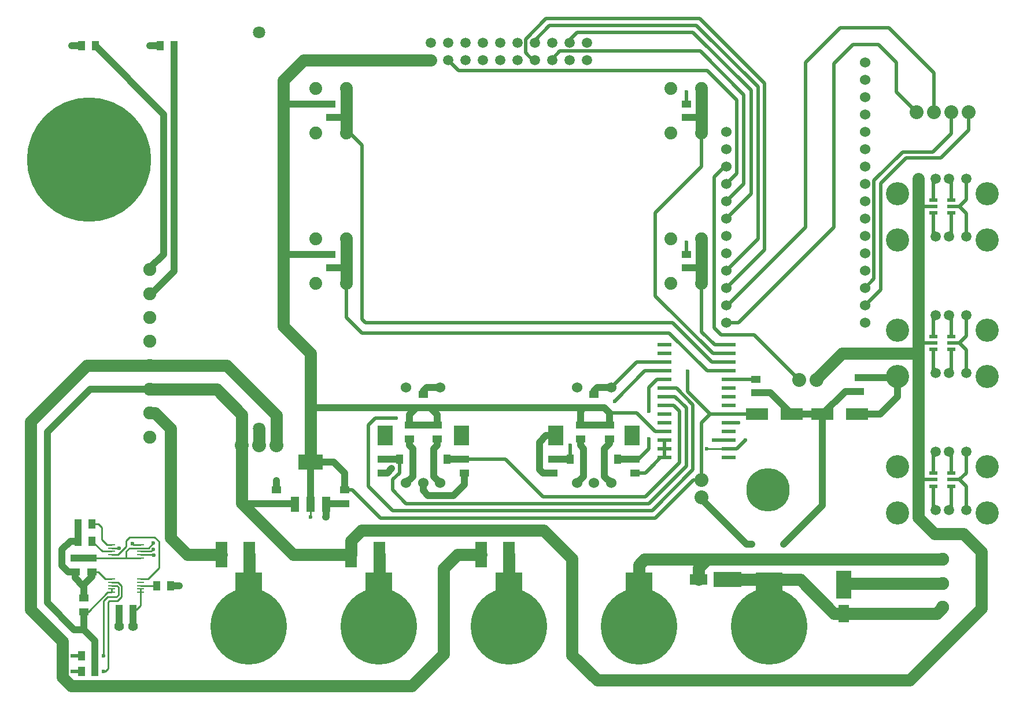
<source format=gbl>
G04 #@! TF.FileFunction,Copper,L2,Bot,Signal*
%FSLAX46Y46*%
G04 Gerber Fmt 4.6, Leading zero omitted, Abs format (unit mm)*
G04 Created by KiCad (PCBNEW (2015-06-26 BZR 5832)-product) date Samstag, 23. Juli 2016 'u05' 19:05:18*
%MOMM*%
G01*
G04 APERTURE LIST*
%ADD10C,0.150000*%
%ADD11R,1.998980X0.599440*%
%ADD12R,1.399540X1.099820*%
%ADD13C,3.400000*%
%ADD14C,1.500000*%
%ADD15R,2.300000X2.900000*%
%ADD16C,1.524000*%
%ADD17R,1.800860X3.700780*%
%ADD18C,2.032000*%
%ADD19O,2.032000X2.032000*%
%ADD20C,1.900000*%
%ADD21C,1.422400*%
%ADD22C,1.800000*%
%ADD23R,1.099820X1.399540*%
%ADD24C,1.879600*%
%ADD25R,1.198880X0.548640*%
%ADD26R,1.219200X2.235200*%
%ADD27R,3.599180X2.199640*%
%ADD28R,0.998220X0.248920*%
%ADD29C,6.350000*%
%ADD30C,18.200000*%
%ADD31C,11.200000*%
%ADD32R,4.000000X4.000000*%
%ADD33R,2.500000X1.520000*%
%ADD34R,4.100000X2.200000*%
%ADD35R,1.520000X2.500000*%
%ADD36R,2.200000X4.100000*%
%ADD37R,3.299460X1.699260*%
%ADD38C,0.600000*%
%ADD39C,0.250000*%
%ADD40C,1.000000*%
%ADD41C,1.800000*%
%ADD42C,0.500000*%
G04 APERTURE END LIST*
D10*
D11*
X177199000Y-93745000D03*
X177199000Y-95015000D03*
X177199000Y-96285000D03*
X177199000Y-97555000D03*
X177199000Y-98825000D03*
X177199000Y-100095000D03*
X177199000Y-101365000D03*
X177199000Y-102635000D03*
X177199000Y-103905000D03*
X177199000Y-105175000D03*
X177199000Y-106445000D03*
X177199000Y-107715000D03*
X177199000Y-108985000D03*
X177199000Y-110255000D03*
X167801000Y-110255000D03*
X167801000Y-108985000D03*
X167801000Y-107715000D03*
X167801000Y-106445000D03*
X167801000Y-105175000D03*
X167801000Y-103905000D03*
X167801000Y-102635000D03*
X167801000Y-101365000D03*
X167801000Y-100095000D03*
X167801000Y-98825000D03*
X167801000Y-97555000D03*
X167801000Y-96285000D03*
X167801000Y-95015000D03*
X167801000Y-93745000D03*
D12*
X138500000Y-110501780D03*
X138500000Y-112498220D03*
X126500000Y-110501780D03*
X126500000Y-112498220D03*
D13*
X201930000Y-71600000D03*
X201930000Y-78400000D03*
X215070000Y-71600000D03*
X215070000Y-78400000D03*
D14*
X205000000Y-69420000D03*
X207500000Y-69420000D03*
X209500000Y-69420000D03*
X212000000Y-69420000D03*
X205000000Y-77920000D03*
X207500000Y-77920000D03*
X209500000Y-77920000D03*
X212000000Y-77920000D03*
D13*
X201930000Y-91600000D03*
X201930000Y-98400000D03*
X215070000Y-91600000D03*
X215070000Y-98400000D03*
D14*
X205000000Y-89420000D03*
X207500000Y-89420000D03*
X209500000Y-89420000D03*
X212000000Y-89420000D03*
X205000000Y-97920000D03*
X207500000Y-97920000D03*
X209500000Y-97920000D03*
X212000000Y-97920000D03*
D13*
X201930000Y-111600000D03*
X201930000Y-118400000D03*
X215070000Y-111600000D03*
X215070000Y-118400000D03*
D14*
X205000000Y-109420000D03*
X207500000Y-109420000D03*
X209500000Y-109420000D03*
X212000000Y-109420000D03*
X205000000Y-117920000D03*
X207500000Y-117920000D03*
X209500000Y-117920000D03*
X212000000Y-117920000D03*
D15*
X138100000Y-107000000D03*
D16*
X130000000Y-100000000D03*
X135000000Y-100000000D03*
X130000000Y-114000000D03*
X132500000Y-114000000D03*
X135000000Y-114000000D03*
D15*
X126900000Y-107000000D03*
X163100000Y-107000000D03*
D16*
X155000000Y-100000000D03*
X160000000Y-100000000D03*
X155000000Y-114000000D03*
X157500000Y-114000000D03*
X160000000Y-114000000D03*
D15*
X151900000Y-107000000D03*
D17*
X140950220Y-124500000D03*
X145049780Y-124500000D03*
X121950220Y-124500000D03*
X126049780Y-124500000D03*
X102950220Y-124500000D03*
X107049780Y-124500000D03*
D18*
X111040000Y-108500000D03*
X108500000Y-108500000D03*
X105960000Y-108500000D03*
X190070000Y-98900000D03*
D19*
X187530000Y-98900000D03*
D20*
X208581500Y-125180500D03*
X208581500Y-132180500D03*
X208581500Y-128680500D03*
X92500000Y-82750000D03*
X92500000Y-86250000D03*
X92500000Y-89750000D03*
X92500000Y-107250000D03*
X92500000Y-103750000D03*
X92500000Y-100250000D03*
X92500000Y-96750000D03*
X92500000Y-93250000D03*
D18*
X204724000Y-59690000D03*
D19*
X207264000Y-59690000D03*
D18*
X212344000Y-59690000D03*
D19*
X209804000Y-59690000D03*
D18*
X173228000Y-113538000D03*
D19*
X173228000Y-116078000D03*
D21*
X89998220Y-135000000D03*
X88001780Y-135000000D03*
D22*
X108500000Y-106000000D03*
X108500000Y-48000000D03*
D12*
X132500000Y-101001780D03*
X132500000Y-102998220D03*
D23*
X135998220Y-110500000D03*
X134001780Y-110500000D03*
X130998220Y-110500000D03*
X129001780Y-110500000D03*
D12*
X134500000Y-107498220D03*
X134500000Y-105501780D03*
X130500000Y-107498220D03*
X130500000Y-105501780D03*
D24*
X168739400Y-84751200D03*
X168739400Y-78248800D03*
X173260600Y-84751200D03*
X173260600Y-78248800D03*
X168739400Y-62751200D03*
X168739400Y-56248800D03*
X173260600Y-62751200D03*
X173260600Y-56248800D03*
X116739400Y-62751200D03*
X116739400Y-56248800D03*
X121260600Y-62751200D03*
X121260600Y-56248800D03*
X116739400Y-84751200D03*
X116739400Y-78248800D03*
X121260600Y-84751200D03*
X121260600Y-78248800D03*
D25*
X209797940Y-72550040D03*
X209797940Y-73500000D03*
X209797940Y-74449960D03*
X207202060Y-74449960D03*
X207202060Y-73500000D03*
X207202060Y-72550040D03*
X209797940Y-92550040D03*
X209797940Y-93500000D03*
X209797940Y-94449960D03*
X207202060Y-94449960D03*
X207202060Y-93500000D03*
X207202060Y-92550040D03*
X209797940Y-112550040D03*
X209797940Y-113500000D03*
X209797940Y-114449960D03*
X207202060Y-114449960D03*
X207202060Y-113500000D03*
X207202060Y-112550040D03*
D26*
X118311400Y-117098800D03*
X116000000Y-117098800D03*
X113688600Y-117098800D03*
D27*
X116000000Y-110901200D03*
D16*
X197160000Y-70230000D03*
X197160000Y-67690000D03*
X197160000Y-65150000D03*
X197160000Y-62610000D03*
X197160000Y-60070000D03*
X197160000Y-57530000D03*
X197160000Y-54990000D03*
X197160000Y-52450000D03*
X197160000Y-72770000D03*
X197160000Y-75310000D03*
X197160000Y-77850000D03*
X197160000Y-80390000D03*
X197160000Y-82930000D03*
X197160000Y-85470000D03*
X197160000Y-88010000D03*
X197160000Y-90550000D03*
X176840000Y-90550000D03*
X176840000Y-88010000D03*
X176840000Y-85470000D03*
X176840000Y-82930000D03*
X176840000Y-80390000D03*
X176840000Y-77850000D03*
X176840000Y-75310000D03*
X176840000Y-72770000D03*
X176840000Y-70230000D03*
X176840000Y-67690000D03*
X176840000Y-65150000D03*
X176840000Y-62610000D03*
D28*
X86889260Y-129998220D03*
X86889260Y-129497840D03*
X86889260Y-129000000D03*
X86889260Y-128502160D03*
X86889260Y-128001780D03*
X91110740Y-128001780D03*
X91110740Y-128502160D03*
X91110740Y-129000000D03*
X91110740Y-129497840D03*
X91110740Y-129998220D03*
X86889260Y-124998220D03*
X86889260Y-124497840D03*
X86889260Y-124000000D03*
X86889260Y-123502160D03*
X86889260Y-123001780D03*
X91110740Y-123001780D03*
X91110740Y-123502160D03*
X91110740Y-124000000D03*
X91110740Y-124497840D03*
X91110740Y-124998220D03*
D14*
X133570000Y-49500000D03*
X143730000Y-52040000D03*
X141190000Y-52040000D03*
X138650000Y-52040000D03*
X136110000Y-52040000D03*
X133570000Y-52040000D03*
X146270000Y-52040000D03*
X148810000Y-52040000D03*
X151350000Y-52040000D03*
X153890000Y-52040000D03*
X156430000Y-52040000D03*
X136110000Y-49500000D03*
X138650000Y-49500000D03*
X141190000Y-49500000D03*
X143730000Y-49500000D03*
X146270000Y-49500000D03*
X148810000Y-49500000D03*
X151350000Y-49500000D03*
X153890000Y-49500000D03*
X156430000Y-49500000D03*
D12*
X111000000Y-116998220D03*
X111000000Y-115001780D03*
X121000000Y-115001780D03*
X121000000Y-116998220D03*
X82804000Y-132824220D03*
X82804000Y-130827780D03*
D23*
X82001780Y-120000000D03*
X83998220Y-120000000D03*
X89998220Y-132500000D03*
X88001780Y-132500000D03*
D12*
X84000000Y-125001780D03*
X84000000Y-126998220D03*
X81500000Y-125001780D03*
X81500000Y-126998220D03*
X163500000Y-110501780D03*
X163500000Y-112498220D03*
X151500000Y-110501780D03*
X151500000Y-112498220D03*
D23*
X84498220Y-50000000D03*
X82501780Y-50000000D03*
X95998220Y-50000000D03*
X94001780Y-50000000D03*
X84437220Y-141605000D03*
X82440780Y-141605000D03*
X84437220Y-139319000D03*
X82440780Y-139319000D03*
X82001780Y-122500000D03*
X83998220Y-122500000D03*
X93501780Y-129000000D03*
X95498220Y-129000000D03*
D12*
X157500000Y-101001780D03*
X157500000Y-102998220D03*
X171000000Y-80501780D03*
X171000000Y-82498220D03*
X171000000Y-58501780D03*
X171000000Y-60498220D03*
X119000000Y-58501780D03*
X119000000Y-60498220D03*
X119000000Y-80501780D03*
X119000000Y-82498220D03*
D23*
X160998220Y-110500000D03*
X159001780Y-110500000D03*
X155998220Y-110500000D03*
X154001780Y-110500000D03*
D12*
X196342000Y-100566220D03*
X196342000Y-98569780D03*
X159750000Y-107498220D03*
X159750000Y-105501780D03*
X155500000Y-107498220D03*
X155500000Y-105501780D03*
D29*
X183000000Y-115000000D03*
D30*
X83600000Y-66600000D03*
D31*
X145000000Y-135000000D03*
D32*
X145000000Y-129000000D03*
D31*
X183100000Y-135000000D03*
D32*
X183100000Y-129000000D03*
D31*
X125950000Y-135000000D03*
D32*
X125950000Y-129000000D03*
D31*
X106900000Y-135000000D03*
D32*
X106900000Y-129000000D03*
D31*
X164050000Y-135000000D03*
D32*
X164050000Y-129000000D03*
D33*
X172836000Y-128143000D03*
D34*
X177056000Y-128143000D03*
D35*
X194056000Y-133107000D03*
D36*
X194056000Y-128887000D03*
D37*
X186440000Y-103900000D03*
X181360000Y-103900000D03*
X196040000Y-103900000D03*
X190960000Y-103900000D03*
D12*
X181200000Y-98801780D03*
X181200000Y-100798220D03*
D38*
X82804000Y-129159000D03*
X89916000Y-122872500D03*
X87947500Y-123507500D03*
X127889000Y-111887000D03*
X96774000Y-129032000D03*
X110998000Y-113665000D03*
X118237000Y-118999000D03*
X178689000Y-105156000D03*
X166000000Y-111500000D03*
X116014500Y-118935500D03*
X92964000Y-122809000D03*
X171069000Y-56769000D03*
X171069000Y-78740000D03*
X171196000Y-97663000D03*
X165500000Y-103500000D03*
X165500000Y-107500000D03*
X154000000Y-108500000D03*
X160500000Y-102000000D03*
X81000000Y-50000000D03*
X92500000Y-50000000D03*
X180594000Y-122936000D03*
X81153000Y-141605000D03*
X85725000Y-141605000D03*
X81153000Y-139319000D03*
X85725000Y-139319000D03*
X128500000Y-104500000D03*
X92964000Y-123698000D03*
X173990000Y-108966000D03*
X179705000Y-107696000D03*
X93027500Y-124523500D03*
X175006000Y-107696000D03*
X185293000Y-122936000D03*
D39*
X86889260Y-129998220D02*
X86282780Y-129998220D01*
X86282780Y-129998220D02*
X83456780Y-132824220D01*
X83456780Y-132824220D02*
X82804000Y-132824220D01*
D40*
X77470000Y-130683000D02*
X77470000Y-131508500D01*
X77470000Y-130683000D02*
X77470000Y-106553000D01*
X77470000Y-106553000D02*
X83773000Y-100250000D01*
X92500000Y-100250000D02*
X83773000Y-100250000D01*
X81407000Y-135445500D02*
X82804000Y-135445500D01*
X77470000Y-131508500D02*
X81407000Y-135445500D01*
X84437220Y-139319000D02*
X84437220Y-137078720D01*
X84437220Y-137078720D02*
X82804000Y-135445500D01*
X82804000Y-135445500D02*
X82804000Y-132824220D01*
X84437220Y-141605000D02*
X84437220Y-139319000D01*
X84437220Y-139319000D02*
X84391500Y-139273280D01*
D39*
X86889260Y-129998220D02*
X86889260Y-129497840D01*
D41*
X205000000Y-117920000D02*
X205000000Y-119021000D01*
X121950220Y-122397780D02*
X121950220Y-124500000D01*
X123444000Y-120904000D02*
X121950220Y-122397780D01*
X150114000Y-120904000D02*
X123444000Y-120904000D01*
X154305000Y-125095000D02*
X150114000Y-120904000D01*
X154305000Y-139192000D02*
X154305000Y-125095000D01*
X157988000Y-142875000D02*
X154305000Y-139192000D01*
X203708000Y-142875000D02*
X157988000Y-142875000D01*
X214249000Y-132334000D02*
X203708000Y-142875000D01*
X214249000Y-124079000D02*
X214249000Y-132334000D01*
X211582000Y-121412000D02*
X214249000Y-124079000D01*
X207391000Y-121412000D02*
X211582000Y-121412000D01*
X205000000Y-119021000D02*
X207391000Y-121412000D01*
X190070000Y-98900000D02*
X190070000Y-98728000D01*
X190070000Y-98728000D02*
X193802000Y-94996000D01*
X193802000Y-94996000D02*
X205000000Y-94996000D01*
X205000000Y-97920000D02*
X205000000Y-109420000D01*
X205000000Y-117920000D02*
X205000000Y-113500000D01*
D42*
X207202060Y-113500000D02*
X205000000Y-113500000D01*
D41*
X205000000Y-113500000D02*
X205000000Y-109420000D01*
X105960000Y-108500000D02*
X105960000Y-103960000D01*
X105960000Y-103960000D02*
X102250000Y-100250000D01*
X102250000Y-100250000D02*
X92500000Y-100250000D01*
D42*
X207202060Y-73500000D02*
X205000000Y-73500000D01*
X207202060Y-93500000D02*
X205000000Y-93500000D01*
D41*
X205000000Y-77920000D02*
X205000000Y-73500000D01*
X205000000Y-73500000D02*
X205000000Y-69420000D01*
X205000000Y-89420000D02*
X205000000Y-77920000D01*
X205000000Y-97920000D02*
X205000000Y-94996000D01*
X205000000Y-94996000D02*
X205000000Y-93500000D01*
X205000000Y-93500000D02*
X205000000Y-89420000D01*
D40*
X111000000Y-116998220D02*
X113588020Y-116998220D01*
X113588020Y-116998220D02*
X113688600Y-117098800D01*
X111000000Y-116998220D02*
X105998220Y-116998220D01*
X105998220Y-116998220D02*
X105960000Y-116960000D01*
D41*
X105960000Y-108500000D02*
X105960000Y-116960000D01*
X113500000Y-124500000D02*
X121950220Y-124500000D01*
X105960000Y-116960000D02*
X113500000Y-124500000D01*
D40*
X82804000Y-130827780D02*
X82804000Y-129159000D01*
X82804000Y-129159000D02*
X82677000Y-129032000D01*
D39*
X91110740Y-123001780D02*
X90045280Y-123001780D01*
X90045280Y-123001780D02*
X89916000Y-122872500D01*
X87942160Y-123502160D02*
X87947500Y-123507500D01*
X87942160Y-123502160D02*
X86889260Y-123502160D01*
D40*
X82001780Y-122500000D02*
X80827000Y-122500000D01*
X80516220Y-126998220D02*
X81500000Y-126998220D01*
X79629000Y-126111000D02*
X80516220Y-126998220D01*
X79629000Y-123698000D02*
X79629000Y-126111000D01*
X80827000Y-122500000D02*
X79629000Y-123698000D01*
X82001780Y-120000000D02*
X82001780Y-122500000D01*
D39*
X86889260Y-128001780D02*
X85964780Y-128001780D01*
X84961220Y-126998220D02*
X84000000Y-126998220D01*
X85964780Y-128001780D02*
X84961220Y-126998220D01*
D40*
X84000000Y-126998220D02*
X84000000Y-127709000D01*
X81500000Y-127855000D02*
X82677000Y-129032000D01*
X81500000Y-126998220D02*
X81500000Y-127855000D01*
X84000000Y-127709000D02*
X82677000Y-129032000D01*
X126500000Y-112498220D02*
X127277780Y-112498220D01*
X127277780Y-112498220D02*
X127889000Y-111887000D01*
X88001780Y-135000000D02*
X88001780Y-132500000D01*
X95498220Y-129000000D02*
X96742000Y-129000000D01*
X96742000Y-129000000D02*
X96774000Y-129032000D01*
X111000000Y-115001780D02*
X111000000Y-113667000D01*
X111000000Y-113667000D02*
X110998000Y-113665000D01*
X118311400Y-117098800D02*
X118311400Y-118924600D01*
X118311400Y-118924600D02*
X118237000Y-118999000D01*
X121000000Y-116998220D02*
X118411980Y-116998220D01*
X118411980Y-116998220D02*
X118311400Y-117098800D01*
X138500000Y-112498220D02*
X138500000Y-114230000D01*
X132500000Y-115101000D02*
X132500000Y-114000000D01*
X133223000Y-115824000D02*
X132500000Y-115101000D01*
X136906000Y-115824000D02*
X133223000Y-115824000D01*
X138500000Y-114230000D02*
X136906000Y-115824000D01*
D41*
X172836000Y-128143000D02*
X172836000Y-126376000D01*
X172836000Y-126376000D02*
X174031500Y-125180500D01*
X208581500Y-125180500D02*
X174031500Y-125180500D01*
X174031500Y-125180500D02*
X164887500Y-125180500D01*
X164050000Y-126018000D02*
X164050000Y-129000000D01*
X164887500Y-125180500D02*
X164050000Y-126018000D01*
D40*
X196040000Y-103900000D02*
X199376000Y-103900000D01*
X201930000Y-101346000D02*
X201930000Y-98400000D01*
X199376000Y-103900000D02*
X201930000Y-101346000D01*
X196342000Y-98569780D02*
X201760220Y-98569780D01*
X201760220Y-98569780D02*
X201930000Y-98400000D01*
D42*
X177199000Y-105175000D02*
X178670000Y-105175000D01*
X178670000Y-105175000D02*
X178689000Y-105156000D01*
D41*
X164050000Y-135000000D02*
X164050000Y-129000000D01*
D40*
X196040000Y-103900000D02*
X196430000Y-103900000D01*
X201530000Y-98800000D02*
X201930000Y-98400000D01*
X151500000Y-112498220D02*
X149998220Y-112498220D01*
X150500000Y-107000000D02*
X151900000Y-107000000D01*
X149500000Y-108000000D02*
X150500000Y-107000000D01*
X149500000Y-112000000D02*
X149500000Y-108000000D01*
X149998220Y-112498220D02*
X149500000Y-112000000D01*
D42*
X163500000Y-112498220D02*
X165001780Y-112498220D01*
X166000000Y-111500000D02*
X167245000Y-110255000D01*
X165001780Y-112498220D02*
X166000000Y-111500000D01*
X167801000Y-110255000D02*
X167245000Y-110255000D01*
X167801000Y-108985000D02*
X167801000Y-110255000D01*
X167801000Y-107715000D02*
X167801000Y-108985000D01*
X211000000Y-113500000D02*
X212000000Y-114500000D01*
X212000000Y-114500000D02*
X212000000Y-117920000D01*
X209797940Y-113500000D02*
X211000000Y-113500000D01*
X212000000Y-112500000D02*
X212000000Y-109420000D01*
X211000000Y-113500000D02*
X212000000Y-112500000D01*
X211000000Y-73500000D02*
X212000000Y-74500000D01*
X212000000Y-74500000D02*
X212000000Y-77920000D01*
X209797940Y-73500000D02*
X211000000Y-73500000D01*
X212000000Y-72500000D02*
X212000000Y-69420000D01*
X211000000Y-73500000D02*
X212000000Y-72500000D01*
X211000000Y-93500000D02*
X212000000Y-94500000D01*
X212000000Y-94500000D02*
X212000000Y-97920000D01*
X209797940Y-93500000D02*
X211000000Y-93500000D01*
X212000000Y-92500000D02*
X212000000Y-89420000D01*
X211000000Y-93500000D02*
X212000000Y-92500000D01*
D39*
X91110740Y-123502160D02*
X92270840Y-123502160D01*
X116000000Y-118921000D02*
X116000000Y-117098800D01*
X116014500Y-118935500D02*
X116000000Y-118921000D01*
X92270840Y-123502160D02*
X92964000Y-122809000D01*
D42*
X171000000Y-56838000D02*
X171000000Y-58501780D01*
X171069000Y-56769000D02*
X171000000Y-56838000D01*
X174498000Y-103905000D02*
X174498000Y-103886000D01*
X171000000Y-78809000D02*
X171000000Y-80501780D01*
X171069000Y-78740000D02*
X171000000Y-78809000D01*
X171196000Y-100584000D02*
X171196000Y-97663000D01*
X174498000Y-103886000D02*
X171196000Y-100584000D01*
X173228000Y-113538000D02*
X172085000Y-113538000D01*
X122113780Y-115001780D02*
X121000000Y-115001780D01*
X126238000Y-119126000D02*
X122113780Y-115001780D01*
X166497000Y-119126000D02*
X126238000Y-119126000D01*
X172085000Y-113538000D02*
X166497000Y-119126000D01*
X177199000Y-103905000D02*
X174498000Y-103905000D01*
X174498000Y-103905000D02*
X174479000Y-103905000D01*
X173228000Y-105156000D02*
X173228000Y-113538000D01*
X174479000Y-103905000D02*
X173228000Y-105156000D01*
X177199000Y-103905000D02*
X181355000Y-103905000D01*
X181355000Y-103905000D02*
X181360000Y-103900000D01*
X181355000Y-103905000D02*
X181360000Y-103900000D01*
X167801000Y-106445000D02*
X166445000Y-106445000D01*
X163750000Y-103750000D02*
X159750000Y-103750000D01*
X166445000Y-106445000D02*
X163750000Y-103750000D01*
D40*
X132500000Y-102998220D02*
X116000000Y-102998220D01*
X116000000Y-102998220D02*
X116000000Y-103000000D01*
X157500000Y-102998220D02*
X132500000Y-102998220D01*
X157500000Y-102998220D02*
X158998220Y-102998220D01*
X159750000Y-103750000D02*
X159750000Y-105501780D01*
X158998220Y-102998220D02*
X159750000Y-103750000D01*
X157500000Y-102998220D02*
X156001780Y-102998220D01*
X155500000Y-103500000D02*
X155500000Y-105501780D01*
X156001780Y-102998220D02*
X155500000Y-103500000D01*
X132500000Y-102998220D02*
X133498220Y-102998220D01*
X133498220Y-102998220D02*
X134500000Y-104000000D01*
X134500000Y-104000000D02*
X134500000Y-105501780D01*
X132500000Y-102998220D02*
X131501780Y-102998220D01*
X131501780Y-102998220D02*
X130500000Y-104000000D01*
X130500000Y-104000000D02*
X130500000Y-105501780D01*
D39*
X91110740Y-123502160D02*
X89497840Y-123502160D01*
X89000000Y-124000000D02*
X89000000Y-124998220D01*
X89497840Y-123502160D02*
X89000000Y-124000000D01*
X86889260Y-124998220D02*
X84003560Y-124998220D01*
X84003560Y-124998220D02*
X84000000Y-125001780D01*
X86889260Y-124998220D02*
X89000000Y-124998220D01*
X89000000Y-124998220D02*
X91110740Y-124998220D01*
D40*
X81500000Y-125001780D02*
X84000000Y-125001780D01*
X119000000Y-58501780D02*
X112000000Y-58501780D01*
X112000000Y-58501780D02*
X112000000Y-58500000D01*
X119000000Y-80501780D02*
X112000000Y-80501780D01*
X112000000Y-80501780D02*
X112000000Y-80500000D01*
D41*
X116000000Y-110901200D02*
X116000000Y-103000000D01*
X116000000Y-103000000D02*
X116000000Y-95000000D01*
X116000000Y-95000000D02*
X112000000Y-91000000D01*
X112000000Y-91000000D02*
X112000000Y-80500000D01*
X114960000Y-52040000D02*
X133570000Y-52040000D01*
X112000000Y-55000000D02*
X114960000Y-52040000D01*
X112000000Y-80500000D02*
X112000000Y-58500000D01*
X112000000Y-58500000D02*
X112000000Y-55000000D01*
D40*
X121000000Y-115001780D02*
X121000000Y-112500000D01*
X121000000Y-112500000D02*
X119401200Y-110901200D01*
X119401200Y-110901200D02*
X116000000Y-110901200D01*
X116000000Y-117098800D02*
X116000000Y-110901200D01*
X155500000Y-105501780D02*
X159750000Y-105501780D01*
X130500000Y-105501780D02*
X134500000Y-105501780D01*
D39*
X86889260Y-123001780D02*
X86171780Y-123001780D01*
X84948000Y-120000000D02*
X83998220Y-120000000D01*
X85471000Y-120523000D02*
X84948000Y-120000000D01*
X85471000Y-122301000D02*
X85471000Y-120523000D01*
X86171780Y-123001780D02*
X85471000Y-122301000D01*
D40*
X89998220Y-135000000D02*
X89998220Y-132500000D01*
D39*
X91110740Y-129998220D02*
X91110740Y-131901260D01*
X91110740Y-131901260D02*
X90512000Y-132500000D01*
X90512000Y-132500000D02*
X89998220Y-132500000D01*
X91110740Y-129497840D02*
X91110740Y-129998220D01*
D42*
X138500000Y-110501780D02*
X144501780Y-110501780D01*
X169135000Y-102635000D02*
X167801000Y-102635000D01*
X170000000Y-103500000D02*
X169135000Y-102635000D01*
X170000000Y-111000000D02*
X170000000Y-103500000D01*
X165000000Y-116000000D02*
X170000000Y-111000000D01*
X150000000Y-116000000D02*
X165000000Y-116000000D01*
X144501780Y-110501780D02*
X150000000Y-116000000D01*
D40*
X135998220Y-110500000D02*
X138498220Y-110500000D01*
X138498220Y-110500000D02*
X138500000Y-110501780D01*
D42*
X129001780Y-110500000D02*
X129001780Y-112498220D01*
X169365000Y-101365000D02*
X167801000Y-101365000D01*
X171000000Y-103000000D02*
X169365000Y-101365000D01*
X171000000Y-111500000D02*
X171000000Y-103000000D01*
X165500000Y-117000000D02*
X171000000Y-111500000D01*
X130000000Y-117000000D02*
X165500000Y-117000000D01*
X128000000Y-115000000D02*
X130000000Y-117000000D01*
X128000000Y-113500000D02*
X128000000Y-115000000D01*
X129001780Y-112498220D02*
X128000000Y-113500000D01*
D40*
X126500000Y-110501780D02*
X129000000Y-110501780D01*
X129000000Y-110501780D02*
X129001780Y-110500000D01*
D42*
X163500000Y-110501780D02*
X163998220Y-110501780D01*
X163998220Y-110501780D02*
X165500000Y-109000000D01*
X166675000Y-98825000D02*
X167801000Y-98825000D01*
X165500000Y-100000000D02*
X166675000Y-98825000D01*
X165500000Y-101000000D02*
X165500000Y-100000000D01*
X165500000Y-103500000D02*
X165500000Y-101000000D01*
X165500000Y-109000000D02*
X165500000Y-107500000D01*
X163500000Y-110501780D02*
X163500000Y-110500000D01*
D40*
X160998220Y-110500000D02*
X163498220Y-110500000D01*
X163498220Y-110500000D02*
X163500000Y-110501780D01*
D42*
X167801000Y-97555000D02*
X164945000Y-97555000D01*
X154001780Y-108501780D02*
X154001780Y-110500000D01*
X154000000Y-108500000D02*
X154001780Y-108501780D01*
X164945000Y-97555000D02*
X160500000Y-102000000D01*
D40*
X151500000Y-110501780D02*
X154000000Y-110501780D01*
X154000000Y-110501780D02*
X154001780Y-110500000D01*
D42*
X207202060Y-72550040D02*
X207202060Y-69717940D01*
X207202060Y-69717940D02*
X207500000Y-69420000D01*
X209797940Y-72550040D02*
X209797940Y-69717940D01*
X209797940Y-69717940D02*
X209500000Y-69420000D01*
X207202060Y-74449960D02*
X207202060Y-77622060D01*
X207202060Y-77622060D02*
X207500000Y-77920000D01*
X209797940Y-74449960D02*
X209797940Y-77622060D01*
X209797940Y-77622060D02*
X209500000Y-77920000D01*
X207202060Y-92550040D02*
X207202060Y-89717940D01*
X207202060Y-89717940D02*
X207500000Y-89420000D01*
X209797940Y-92550040D02*
X209797940Y-89717940D01*
X209797940Y-89717940D02*
X209500000Y-89420000D01*
X207202060Y-94449960D02*
X207202060Y-97622060D01*
X207202060Y-97622060D02*
X207500000Y-97920000D01*
X209797940Y-94449960D02*
X209797940Y-97622060D01*
X209797940Y-97622060D02*
X209500000Y-97920000D01*
X207202060Y-112550040D02*
X207202060Y-109717940D01*
X207202060Y-109717940D02*
X207500000Y-109420000D01*
X209797940Y-112550040D02*
X209797940Y-109717940D01*
X209797940Y-109717940D02*
X209500000Y-109420000D01*
X207202060Y-114449960D02*
X207202060Y-117622060D01*
X207202060Y-117622060D02*
X207500000Y-117920000D01*
X209797940Y-114449960D02*
X209797940Y-117622060D01*
X209797940Y-117622060D02*
X209500000Y-117920000D01*
D40*
X82501780Y-50000000D02*
X81000000Y-50000000D01*
X94001780Y-50000000D02*
X92500000Y-50000000D01*
X179832000Y-122936000D02*
X173228000Y-116332000D01*
X180594000Y-122936000D02*
X179832000Y-122936000D01*
X173228000Y-116332000D02*
X173228000Y-116078000D01*
D42*
X81153000Y-141605000D02*
X82440780Y-141605000D01*
D39*
X85915500Y-141605000D02*
X85725000Y-141605000D01*
X87800058Y-128502160D02*
X88334002Y-129036104D01*
X88334002Y-129036104D02*
X88334002Y-130613998D01*
X88334002Y-130613998D02*
X87693500Y-131254500D01*
X87693500Y-131254500D02*
X86550500Y-131254500D01*
X86550500Y-131254500D02*
X86360000Y-131445000D01*
X86360000Y-131445000D02*
X86360000Y-141160500D01*
X86360000Y-141160500D02*
X85915500Y-141605000D01*
X86889260Y-128502160D02*
X87800058Y-128502160D01*
D42*
X81153000Y-139319000D02*
X82440780Y-139319000D01*
D39*
X86889260Y-129000000D02*
X87661500Y-129000000D01*
X85725000Y-131254500D02*
X85725000Y-139319000D01*
X86296500Y-130683000D02*
X85725000Y-131254500D01*
X87566500Y-130683000D02*
X86296500Y-130683000D01*
X87884000Y-130365500D02*
X87566500Y-130683000D01*
X87884000Y-129222500D02*
X87884000Y-130365500D01*
X87661500Y-129000000D02*
X87884000Y-129222500D01*
D42*
X169595000Y-100095000D02*
X167801000Y-100095000D01*
X172000000Y-102500000D02*
X169595000Y-100095000D01*
X172000000Y-112000000D02*
X172000000Y-102500000D01*
X166000000Y-118000000D02*
X172000000Y-112000000D01*
X128000000Y-118000000D02*
X166000000Y-118000000D01*
X124500000Y-114500000D02*
X128000000Y-118000000D01*
X124500000Y-105500000D02*
X124500000Y-114500000D01*
X125500000Y-104500000D02*
X124500000Y-105500000D01*
X128500000Y-104500000D02*
X125500000Y-104500000D01*
D40*
X132500000Y-101001780D02*
X132500000Y-100500000D01*
X132500000Y-100500000D02*
X133000000Y-100000000D01*
X133000000Y-100000000D02*
X135000000Y-100000000D01*
X130998220Y-110500000D02*
X130998220Y-113001780D01*
X130998220Y-113001780D02*
X130000000Y-114000000D01*
X130998220Y-110500000D02*
X130998220Y-108998220D01*
X130500000Y-108500000D02*
X130500000Y-107498220D01*
X130998220Y-108998220D02*
X130500000Y-108500000D01*
X134001780Y-110500000D02*
X134001780Y-113001780D01*
X134001780Y-113001780D02*
X135000000Y-114000000D01*
X134001780Y-110500000D02*
X134001780Y-109001780D01*
X134500000Y-108503560D02*
X134500000Y-107498220D01*
X134001780Y-109001780D02*
X134500000Y-108503560D01*
D42*
X167801000Y-96285000D02*
X163715000Y-96285000D01*
X163715000Y-96285000D02*
X160000000Y-100000000D01*
D40*
X157500000Y-101001780D02*
X157500000Y-100500000D01*
X157500000Y-100500000D02*
X158000000Y-100000000D01*
X158000000Y-100000000D02*
X160000000Y-100000000D01*
X155998220Y-110500000D02*
X155998220Y-113001780D01*
X155998220Y-113001780D02*
X155000000Y-114000000D01*
X155998220Y-110500000D02*
X155998220Y-109001780D01*
X155500000Y-108503560D02*
X155500000Y-107498220D01*
X155998220Y-109001780D02*
X155500000Y-108503560D01*
X159001780Y-110500000D02*
X159001780Y-113001780D01*
X159001780Y-113001780D02*
X160000000Y-114000000D01*
X159001780Y-110500000D02*
X159001780Y-108998220D01*
X159750000Y-108250000D02*
X159750000Y-107498220D01*
X159001780Y-108998220D02*
X159750000Y-108250000D01*
D41*
X75000000Y-132500000D02*
X75032500Y-132500000D01*
X83250000Y-96750000D02*
X75000000Y-105000000D01*
X75000000Y-105000000D02*
X75000000Y-132500000D01*
X131500000Y-143000000D02*
X135500000Y-139000000D01*
X92500000Y-96750000D02*
X83250000Y-96750000D01*
X135500000Y-126500000D02*
X137500000Y-124500000D01*
X137500000Y-124500000D02*
X140950220Y-124500000D01*
X135500000Y-139000000D02*
X135500000Y-126500000D01*
X130799500Y-143700500D02*
X131500000Y-143000000D01*
X80962500Y-143700500D02*
X130799500Y-143700500D01*
X79692500Y-142430500D02*
X80962500Y-143700500D01*
X79692500Y-137160000D02*
X79692500Y-142430500D01*
X75032500Y-132500000D02*
X79692500Y-137160000D01*
X92500000Y-96750000D02*
X103750000Y-96750000D01*
X111040000Y-104040000D02*
X111040000Y-108500000D01*
X103750000Y-96750000D02*
X111040000Y-104040000D01*
X111040000Y-108500000D02*
X111040000Y-108540000D01*
X145049780Y-124500000D02*
X145049780Y-128950220D01*
X145049780Y-128950220D02*
X145000000Y-129000000D01*
X145000000Y-129000000D02*
X145000000Y-135000000D01*
X144049780Y-128049780D02*
X145000000Y-129000000D01*
X126049780Y-124500000D02*
X126049780Y-128900220D01*
X126049780Y-128900220D02*
X125950000Y-129000000D01*
X125950000Y-129000000D02*
X125950000Y-135000000D01*
X124999780Y-128049780D02*
X125950000Y-129000000D01*
X92500000Y-103750000D02*
X93250000Y-103750000D01*
X93250000Y-103750000D02*
X95500000Y-106000000D01*
X95500000Y-106000000D02*
X95500000Y-122000000D01*
X95500000Y-122000000D02*
X98000000Y-124500000D01*
X98000000Y-124500000D02*
X102950220Y-124500000D01*
X107049780Y-124500000D02*
X107049780Y-128850220D01*
X107049780Y-128850220D02*
X106900000Y-129000000D01*
X106900000Y-129000000D02*
X106900000Y-135000000D01*
X105949780Y-128049780D02*
X106900000Y-129000000D01*
X108500000Y-106000000D02*
X108500000Y-108500000D01*
D42*
X176840000Y-67690000D02*
X176658000Y-67690000D01*
X176658000Y-67690000D02*
X175133000Y-69215000D01*
X175133000Y-69215000D02*
X175133000Y-91313000D01*
X175133000Y-91313000D02*
X176149000Y-92329000D01*
X176149000Y-92329000D02*
X180959000Y-92329000D01*
X180959000Y-92329000D02*
X187530000Y-98900000D01*
D41*
X194056000Y-133107000D02*
X207655000Y-133107000D01*
X207655000Y-133107000D02*
X208581500Y-132180500D01*
X187706000Y-128143000D02*
X192659000Y-133096000D01*
X177056000Y-128143000D02*
X187706000Y-128143000D01*
X192659000Y-133096000D02*
X194045000Y-133096000D01*
X194045000Y-133096000D02*
X194056000Y-133107000D01*
X183100000Y-129000000D02*
X183100000Y-135000000D01*
X177056000Y-128143000D02*
X182243000Y-128143000D01*
X182243000Y-128143000D02*
X183100000Y-129000000D01*
X184100000Y-128000000D02*
X183100000Y-129000000D01*
D40*
X92500000Y-82750000D02*
X92500000Y-82500000D01*
X92500000Y-82500000D02*
X94500000Y-80500000D01*
X94500000Y-80500000D02*
X94500000Y-60001780D01*
X94500000Y-60001780D02*
X84498220Y-50000000D01*
X92500000Y-86250000D02*
X92750000Y-86250000D01*
X92750000Y-86250000D02*
X95998220Y-83001780D01*
X95998220Y-83001780D02*
X95998220Y-50000000D01*
D39*
X177199000Y-108985000D02*
X174009000Y-108985000D01*
X92662000Y-124000000D02*
X91110740Y-124000000D01*
X92964000Y-123698000D02*
X92662000Y-124000000D01*
X174009000Y-108985000D02*
X173990000Y-108966000D01*
D42*
X176840000Y-90550000D02*
X178690000Y-90550000D01*
X201803000Y-56769000D02*
X204724000Y-59690000D01*
X201803000Y-52451000D02*
X201803000Y-56769000D01*
X199136000Y-49784000D02*
X201803000Y-52451000D01*
X195453000Y-49784000D02*
X199136000Y-49784000D01*
X192659000Y-52578000D02*
X195453000Y-49784000D01*
X192659000Y-76581000D02*
X192659000Y-52578000D01*
X178690000Y-90550000D02*
X192659000Y-76581000D01*
X177199000Y-108985000D02*
X178416000Y-108985000D01*
X178416000Y-108985000D02*
X179705000Y-107696000D01*
X176840000Y-90550000D02*
X176840000Y-90241000D01*
D39*
X93001840Y-124497840D02*
X91110740Y-124497840D01*
X93027500Y-124523500D02*
X93001840Y-124497840D01*
D42*
X176840000Y-88010000D02*
X177039000Y-88010000D01*
X177039000Y-88010000D02*
X188468000Y-76581000D01*
X207264000Y-53975000D02*
X207264000Y-59690000D01*
X200660000Y-47371000D02*
X207264000Y-53975000D01*
X193548000Y-47371000D02*
X200660000Y-47371000D01*
X188468000Y-52451000D02*
X193548000Y-47371000D01*
X188468000Y-76581000D02*
X188468000Y-52451000D01*
X177199000Y-107715000D02*
X175025000Y-107715000D01*
X175025000Y-107715000D02*
X175006000Y-107696000D01*
X176840000Y-88010000D02*
X176840000Y-87955000D01*
X197160000Y-88010000D02*
X197232000Y-88010000D01*
X197232000Y-88010000D02*
X199517000Y-85725000D01*
X199517000Y-85725000D02*
X199517000Y-70104000D01*
X199517000Y-70104000D02*
X203200000Y-66421000D01*
X203200000Y-66421000D02*
X208280000Y-66421000D01*
X208280000Y-66421000D02*
X212344000Y-62357000D01*
X212344000Y-62357000D02*
X212344000Y-59690000D01*
X197160000Y-85470000D02*
X197160000Y-85415000D01*
X197160000Y-85415000D02*
X198501000Y-84074000D01*
X198501000Y-84074000D02*
X198501000Y-69723000D01*
X198501000Y-69723000D02*
X202692000Y-65532000D01*
X202692000Y-65532000D02*
X207137000Y-65532000D01*
X207137000Y-65532000D02*
X209804000Y-62865000D01*
X209804000Y-62865000D02*
X209804000Y-59690000D01*
X136110000Y-52040000D02*
X136114000Y-52040000D01*
X136114000Y-52040000D02*
X137668000Y-53594000D01*
X178435000Y-68635000D02*
X176840000Y-70230000D01*
X178435000Y-57912000D02*
X178435000Y-68635000D01*
X174117000Y-53594000D02*
X178435000Y-57912000D01*
X137668000Y-53594000D02*
X174117000Y-53594000D01*
X136110000Y-52040000D02*
X136110000Y-52110000D01*
X159500000Y-46000000D02*
X173000000Y-46000000D01*
X182500000Y-79810000D02*
X176840000Y-85470000D01*
X182500000Y-55500000D02*
X182500000Y-79810000D01*
X173000000Y-46000000D02*
X182500000Y-55500000D01*
X148810000Y-52040000D02*
X148540000Y-52040000D01*
X148540000Y-52040000D02*
X147500000Y-51000000D01*
X150500000Y-46000000D02*
X159500000Y-46000000D01*
X159500000Y-46000000D02*
X160000000Y-46000000D01*
X147500000Y-49000000D02*
X150500000Y-46000000D01*
X147500000Y-51000000D02*
X147500000Y-49000000D01*
X148810000Y-52040000D02*
X148790000Y-52040000D01*
X160000000Y-50750000D02*
X173051000Y-50750000D01*
X179451000Y-70159000D02*
X176840000Y-72770000D01*
X179451000Y-57150000D02*
X179451000Y-70159000D01*
X173051000Y-50750000D02*
X179451000Y-57150000D01*
X151350000Y-52040000D02*
X151350000Y-51900000D01*
X151350000Y-51900000D02*
X152500000Y-50750000D01*
X152500000Y-50750000D02*
X160000000Y-50750000D01*
X160000000Y-50750000D02*
X160250000Y-50750000D01*
X160000000Y-47000000D02*
X172500000Y-47000000D01*
X151000000Y-47000000D02*
X160000000Y-47000000D01*
X148810000Y-49190000D02*
X151000000Y-47000000D01*
X181500000Y-78270000D02*
X176840000Y-82930000D01*
X181500000Y-56000000D02*
X181500000Y-78270000D01*
X172500000Y-47000000D02*
X181500000Y-56000000D01*
X148810000Y-49500000D02*
X148810000Y-49190000D01*
X148810000Y-49500000D02*
X148810000Y-49440000D01*
X160000000Y-48000000D02*
X172000000Y-48000000D01*
X155000000Y-48000000D02*
X160000000Y-48000000D01*
X153890000Y-49110000D02*
X155000000Y-48000000D01*
X180500000Y-71650000D02*
X176840000Y-75310000D01*
X180500000Y-56500000D02*
X180500000Y-71650000D01*
X172000000Y-48000000D02*
X180500000Y-56500000D01*
X153890000Y-49500000D02*
X153890000Y-49110000D01*
D39*
X86889260Y-124000000D02*
X85498220Y-124000000D01*
X85498220Y-124000000D02*
X83998220Y-122500000D01*
X91110740Y-129000000D02*
X93501780Y-129000000D01*
D42*
X177199000Y-93745000D02*
X175152000Y-93745000D01*
X173260600Y-91853600D02*
X173260600Y-84751200D01*
X175152000Y-93745000D02*
X173260600Y-91853600D01*
D41*
X173260600Y-78248800D02*
X173260600Y-82500000D01*
D40*
X171000000Y-82498220D02*
X173260600Y-82498220D01*
D41*
X173260600Y-82500000D02*
X173260600Y-84751200D01*
D40*
X173260600Y-82498220D02*
X173262380Y-82500000D01*
X173262380Y-82500000D02*
X173500000Y-82500000D01*
X173500000Y-82500000D02*
X173260600Y-82500000D01*
D42*
X177199000Y-95015000D02*
X174898000Y-95015000D01*
X173260600Y-67658400D02*
X173260600Y-62751200D01*
X166497000Y-74422000D02*
X173260600Y-67658400D01*
X166497000Y-86614000D02*
X166497000Y-74422000D01*
X174898000Y-95015000D02*
X166497000Y-86614000D01*
D40*
X171000000Y-60498220D02*
X173260600Y-60498220D01*
X173000000Y-60500000D02*
X173260600Y-60500000D01*
X173258820Y-60500000D02*
X173000000Y-60500000D01*
X173260600Y-60498220D02*
X173258820Y-60500000D01*
D41*
X173260600Y-56248800D02*
X173260600Y-60500000D01*
X173260600Y-60500000D02*
X173260600Y-62751200D01*
D42*
X121260600Y-62751200D02*
X121751200Y-62751200D01*
X121751200Y-62751200D02*
X123500000Y-64500000D01*
X174785000Y-96285000D02*
X177199000Y-96285000D01*
X169000000Y-90500000D02*
X174785000Y-96285000D01*
X124000000Y-90500000D02*
X169000000Y-90500000D01*
X123500000Y-90000000D02*
X124000000Y-90500000D01*
X123500000Y-64500000D02*
X123500000Y-90000000D01*
D40*
X119000000Y-60498220D02*
X121260600Y-60498220D01*
X121000000Y-60500000D02*
X121260600Y-60500000D01*
X121258820Y-60500000D02*
X121000000Y-60500000D01*
X121260600Y-60498220D02*
X121258820Y-60500000D01*
D41*
X121260600Y-56248800D02*
X121260600Y-60500000D01*
X121260600Y-60500000D02*
X121260600Y-62751200D01*
D42*
X121260600Y-84751200D02*
X121260600Y-89760600D01*
X174055000Y-97555000D02*
X177199000Y-97555000D01*
X168500000Y-92000000D02*
X174055000Y-97555000D01*
X123500000Y-92000000D02*
X168500000Y-92000000D01*
X121260600Y-89760600D02*
X123500000Y-92000000D01*
D40*
X119000000Y-82498220D02*
X121260600Y-82498220D01*
X121500000Y-82500000D02*
X121260600Y-82500000D01*
X121262380Y-82500000D02*
X121500000Y-82500000D01*
X121260600Y-82498220D02*
X121262380Y-82500000D01*
D41*
X121260600Y-78248800D02*
X121260600Y-82500000D01*
X121260600Y-82500000D02*
X121260600Y-84751200D01*
D39*
X86889260Y-124497840D02*
X87846160Y-124497840D01*
X92216220Y-128001780D02*
X91110740Y-128001780D01*
X93789500Y-126428500D02*
X92216220Y-128001780D01*
X93789500Y-122555000D02*
X93789500Y-126428500D01*
X93154500Y-121920000D02*
X93789500Y-122555000D01*
X89535000Y-121920000D02*
X93154500Y-121920000D01*
X89027000Y-122428000D02*
X89535000Y-121920000D01*
X89027000Y-123317000D02*
X89027000Y-122428000D01*
X87846160Y-124497840D02*
X89027000Y-123317000D01*
D40*
X196342000Y-100566220D02*
X194293780Y-100566220D01*
X194293780Y-100566220D02*
X190960000Y-103900000D01*
X190960000Y-117269000D02*
X190960000Y-103900000D01*
X185293000Y-122936000D02*
X190960000Y-117269000D01*
X186440000Y-103900000D02*
X190960000Y-103900000D01*
X181200000Y-100798220D02*
X183338220Y-100798220D01*
X183338220Y-100798220D02*
X186440000Y-103900000D01*
X186460000Y-103880000D02*
X186440000Y-103900000D01*
D41*
X208581500Y-128680500D02*
X194262500Y-128680500D01*
X194262500Y-128680500D02*
X194056000Y-128887000D01*
D42*
X177199000Y-98825000D02*
X181176780Y-98825000D01*
X181176780Y-98825000D02*
X181200000Y-98801780D01*
X180576780Y-98825000D02*
X180601780Y-98800000D01*
M02*

</source>
